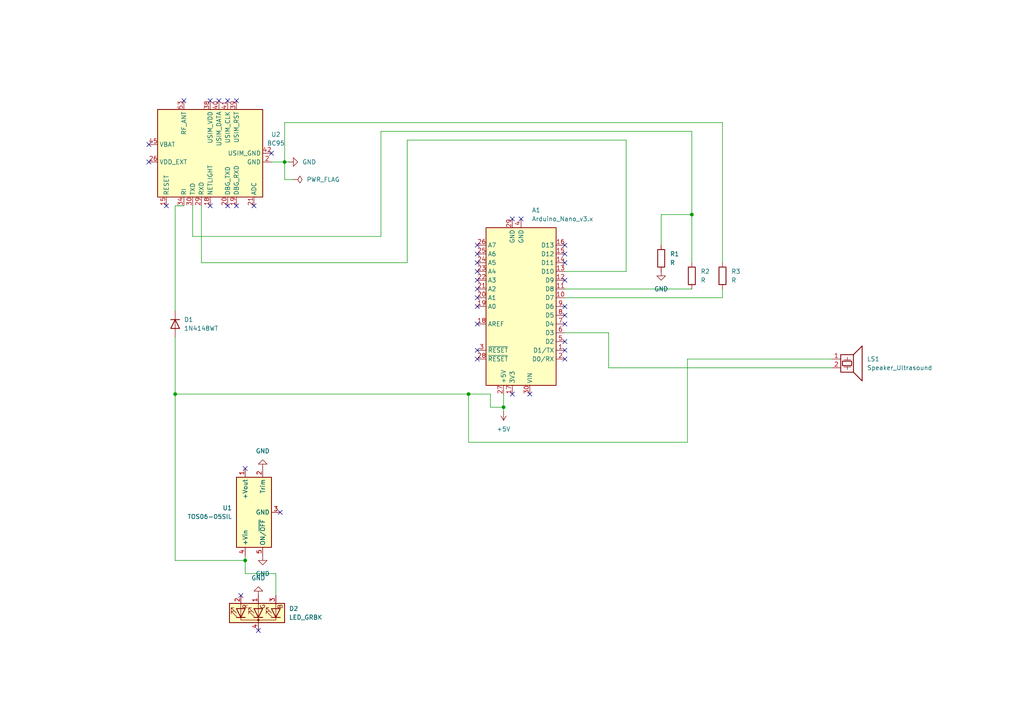
<source format=kicad_sch>
(kicad_sch (version 20250114) (generator "eeschema") (generator_version "9.0")
  (paper "A4")
  (lib_symbols
    (symbol "Device:LED_GRBK" (pin_names (offset 0) (hide yes))
      (property "Reference" "D" (at 0 9.398 0))
      (property "Value" "LED_GRBK" (at 0 -8.89 0))
      (symbol "LED_GRBK_0_0"
        (text "R" (at 1.905 3.81 0) (effects (font (size 1.27 1.27))))
        (text "G" (at 1.905 -1.27 0) (effects (font (size 1.27 1.27))))
        (text "B" (at 1.905 -6.35 0) (effects (font (size 1.27 1.27))))
      )
      (symbol "LED_GRBK_0_1"
        (circle (center -2.032 0) (radius 0.254) (fill (type outline)))
        (polyline (pts (xy -1.27 6.35) (xy -1.27 3.81)) (stroke (width 0.254)))
        (polyline (pts (xy -1.27 6.35) (xy -1.27 3.81) (xy -1.27 3.81)))
        (polyline (pts (xy -1.27 5.08) (xy 1.27 5.08)))
        (polyline (pts (xy -1.27 5.08) (xy -2.032 5.08) (xy -2.032 -5.08) (xy -1.016 -5.08)))
        (polyline (pts (xy -1.27 1.27) (xy -1.27 -1.27)) (stroke (width 0.254)))
        (polyline (pts (xy -1.27 1.27) (xy -1.27 -1.27) (xy -1.27 -1.27)))
        (polyline (pts (xy -1.27 0) (xy -2.54 0)))
        (polyline (pts (xy -1.27 -3.81) (xy -1.27 -6.35)) (stroke (width 0.254)))
        (polyline (pts (xy -1.27 -5.08) (xy 1.27 -5.08)))
        (polyline (pts (xy -1.016 6.35) (xy 0.508 7.874) (xy -0.254 7.874) (xy 0.508 7.874) (xy 0.508 7.112)))
        (polyline (pts (xy -1.016 1.27) (xy 0.508 2.794) (xy -0.254 2.794) (xy 0.508 2.794) (xy 0.508 2.032)))
        (polyline (pts (xy -1.016 -3.81) (xy 0.508 -2.286) (xy -0.254 -2.286) (xy 0.508 -2.286) (xy 0.508 -3.048)))
        (polyline (pts (xy 0 6.35) (xy 1.524 7.874) (xy 0.762 7.874) (xy 1.524 7.874) (xy 1.524 7.112)))
        (polyline (pts (xy 0 1.27) (xy 1.524 2.794) (xy 0.762 2.794) (xy 1.524 2.794) (xy 1.524 2.032)))
        (polyline (pts (xy 0 -3.81) (xy 1.524 -2.286) (xy 0.762 -2.286) (xy 1.524 -2.286) (xy 1.524 -3.048)))
        (polyline (pts (xy 1.27 6.35) (xy 1.27 3.81) (xy -1.27 5.08) (xy 1.27 6.35)) (stroke (width 0.254)))
        (rectangle (start 1.27 6.35) (end 1.27 6.35))
        (polyline (pts (xy 1.27 5.08) (xy 2.54 5.08)))
        (rectangle (start 1.27 3.81) (end 1.27 6.35))
        (polyline (pts (xy 1.27 1.27) (xy 1.27 -1.27) (xy -1.27 0) (xy 1.27 1.27)) (stroke (width 0.254)))
        (rectangle (start 1.27 1.27) (end 1.27 1.27))
        (polyline (pts (xy 1.27 0) (xy -1.27 0)))
        (polyline (pts (xy 1.27 0) (xy 2.54 0)))
        (rectangle (start 1.27 -1.27) (end 1.27 1.27))
        (polyline (pts (xy 1.27 -3.81) (xy 1.27 -6.35) (xy -1.27 -5.08) (xy 1.27 -3.81)) (stroke (width 0.254)))
        (polyline (pts (xy 1.27 -5.08) (xy 2.54 -5.08)))
        (rectangle (start 2.794 8.382) (end -2.794 -7.62) (stroke (width 0.254)) (fill (type background)))
      )
      (symbol "LED_GRBK_1_1"
        (pin passive line (at -5.08 0 0) (length 2.54) (name "K") (number "4"))
        (pin passive line (at 5.08 5.08 180) (length 2.54) (name "RA") (number "2"))
        (pin passive line (at 5.08 0 180) (length 2.54) (name "GA") (number "1"))
        (pin passive line (at 5.08 -5.08 180) (length 2.54) (name "BA") (number "3"))
      )
    )
    (symbol "Device:R" (pin_numbers (hide yes)) (pin_names (offset 0))
      (property "Reference" "R" (at 2.032 0 90))
      (property "Value" "R" (at 0 0 90))
      (symbol "R_0_1"
        (rectangle (start -1.016 -2.54) (end 1.016 2.54) (stroke (width 0.254)))
      )
      (symbol "R_1_1"
        (pin passive line (at 0 3.81 270) (length 1.27) (name "~") (number "1"))
        (pin passive line (at 0 -3.81 90) (length 1.27) (name "~") (number "2"))
      )
    )
    (symbol "Device:Speaker_Ultrasound" (pin_names (offset 0) (hide yes))
      (property "Reference" "LS" (at 0.635 5.715 0))
      (property "Value" "Speaker_Ultrasound" (at 0.635 3.81 0))
      (symbol "Speaker_Ultrasound_0_0"
        (rectangle (start -2.54 1.27) (end 1.143 -3.81) (stroke (width 0.254)))
        (rectangle (start -2.032 -0.635) (end 0.635 -1.905) (stroke (width 0.254)))
        (polyline (pts (xy -1.651 -0.254) (xy 0.381 -0.254)))
        (polyline (pts (xy -1.651 -2.286) (xy 0.381 -2.286)))
        (polyline (pts (xy -0.635 -0.254) (xy -0.635 0.508)))
        (polyline (pts (xy -0.635 -2.286) (xy -0.635 -3.048)))
        (polyline (pts (xy 1.143 1.27) (xy 3.683 3.81) (xy 3.683 -6.35) (xy 1.143 -3.81)) (stroke (width 0.254)))
      )
      (symbol "Speaker_Ultrasound_1_1"
        (pin input line (at -5.08 0 0) (length 2.54) (name "1") (number "1"))
        (pin input line (at -5.08 -2.54 0) (length 2.54) (name "2") (number "2"))
      )
    )
    (symbol "Diode:1N4148WT" (pin_numbers (hide yes)) (pin_names (hide yes))
      (property "Reference" "D" (at 0 2.54 0))
      (property "Value" "1N4148WT" (at 0 -2.54 0))
      (symbol "1N4148WT_0_1"
        (polyline (pts (xy -1.27 1.27) (xy -1.27 -1.27)) (stroke (width 0.254)))
        (polyline (pts (xy 1.27 1.27) (xy 1.27 -1.27) (xy -1.27 0) (xy 1.27 1.27)) (stroke (width 0.254)))
        (polyline (pts (xy 1.27 0) (xy -1.27 0)))
      )
      (symbol "1N4148WT_1_1"
        (pin passive line (at -3.81 0 0) (length 2.54) (name "K") (number "1"))
        (pin passive line (at 3.81 0 180) (length 2.54) (name "A") (number "2"))
      )
    )
    (symbol "MCU_Module:Arduino_Nano_v3.x"
      (property "Reference" "A" (at -10.16 23.495 0))
      (property "Value" "Arduino_Nano_v3.x" (at 5.08 -24.13 0))
      (symbol "Arduino_Nano_v3.x_0_1"
        (rectangle (start -10.16 22.86) (end 10.16 -22.86) (stroke (width 0.254)) (fill (type background)))
      )
      (symbol "Arduino_Nano_v3.x_1_1"
        (pin bidirectional line (at -12.7 15.24 0) (length 2.54) (name "D0/RX") (number "2"))
        (pin bidirectional line (at -12.7 12.7 0) (length 2.54) (name "D1/TX") (number "1"))
        (pin bidirectional line (at -12.7 10.16 0) (length 2.54) (name "D2") (number "5"))
        (pin bidirectional line (at -12.7 7.62 0) (length 2.54) (name "D3") (number "6"))
        (pin bidirectional line (at -12.7 5.08 0) (length 2.54) (name "D4") (number "7"))
        (pin bidirectional line (at -12.7 2.54 0) (length 2.54) (name "D5") (number "8"))
        (pin bidirectional line (at -12.7 0 0) (length 2.54) (name "D6") (number "9"))
        (pin bidirectional line (at -12.7 -2.54 0) (length 2.54) (name "D7") (number "10"))
        (pin bidirectional line (at -12.7 -5.08 0) (length 2.54) (name "D8") (number "11"))
        (pin bidirectional line (at -12.7 -7.62 0) (length 2.54) (name "D9") (number "12"))
        (pin bidirectional line (at -12.7 -10.16 0) (length 2.54) (name "D10") (number "13"))
        (pin bidirectional line (at -12.7 -12.7 0) (length 2.54) (name "D11") (number "14"))
        (pin bidirectional line (at -12.7 -15.24 0) (length 2.54) (name "D12") (number "15"))
        (pin bidirectional line (at -12.7 -17.78 0) (length 2.54) (name "D13") (number "16"))
        (pin power_in line (at -2.54 25.4 270) (length 2.54) (name "VIN") (number "30"))
        (pin power_in line (at 0 -25.4 90) (length 2.54) (name "GND") (number "4"))
        (pin power_out line (at 2.54 25.4 270) (length 2.54) (name "3V3") (number "17"))
        (pin power_in line (at 2.54 -25.4 90) (length 2.54) (name "GND") (number "29"))
        (pin power_out line (at 5.08 25.4 270) (length 2.54) (name "+5V") (number "27"))
        (pin input line (at 12.7 15.24 180) (length 2.54) (name "~{RESET}") (number "28"))
        (pin input line (at 12.7 12.7 180) (length 2.54) (name "~{RESET}") (number "3"))
        (pin input line (at 12.7 5.08 180) (length 2.54) (name "AREF") (number "18"))
        (pin bidirectional line (at 12.7 0 180) (length 2.54) (name "A0") (number "19"))
        (pin bidirectional line (at 12.7 -2.54 180) (length 2.54) (name "A1") (number "20"))
        (pin bidirectional line (at 12.7 -5.08 180) (length 2.54) (name "A2") (number "21"))
        (pin bidirectional line (at 12.7 -7.62 180) (length 2.54) (name "A3") (number "22"))
        (pin bidirectional line (at 12.7 -10.16 180) (length 2.54) (name "A4") (number "23"))
        (pin bidirectional line (at 12.7 -12.7 180) (length 2.54) (name "A5") (number "24"))
        (pin bidirectional line (at 12.7 -15.24 180) (length 2.54) (name "A6") (number "25"))
        (pin bidirectional line (at 12.7 -17.78 180) (length 2.54) (name "A7") (number "26"))
      )
    )
    (symbol "RF_GSM:BC95"
      (property "Reference" "U" (at -11.43 16.51 0))
      (property "Value" "BC95" (at 10.16 16.51 0))
      (symbol "BC95_0_1"
        (rectangle (start -12.7 15.24) (end 12.7 -15.24) (stroke (width 0.254)) (fill (type background)))
      )
      (symbol "BC95_1_1"
        (pin input line (at -15.24 12.7 0) (length 2.54) (name "RESET") (number "15"))
        (pin output line (at -15.24 7.62 0) (length 2.54) (name "RI") (number "34"))
        (pin output line (at -15.24 5.08 0) (length 2.54) (name "TXD") (number "30"))
        (pin input line (at -15.24 2.54 0) (length 2.54) (name "RXD") (number "29"))
        (pin output line (at -15.24 0 0) (length 2.54) (name "NETLIGHT") (number "18"))
        (pin output line (at -15.24 -5.08 0) (length 2.54) (name "DBG_TXD") (number "20"))
        (pin input line (at -15.24 -7.62 0) (length 2.54) (name "DBG_RXD") (number "19"))
        (pin input line (at -15.24 -12.7 0) (length 2.54) (name "ADC") (number "21"))
        (pin power_out line (at -2.54 17.78 270) (length 2.54) (name "VDD_EXT") (number "26"))
        (pin power_in line (at -2.54 -17.78 90) (length 2.54) (name "GND") (number "2"))
        (pin passive line (at -2.54 -17.78 90) (length 2.54) (hide yes) (name "GND") (number "43"))
        (pin passive line (at -2.54 -17.78 90) (length 2.54) (hide yes) (name "GND") (number "47"))
        (pin passive line (at -2.54 -17.78 90) (length 2.54) (hide yes) (name "GND") (number "48"))
        (pin passive line (at -2.54 -17.78 90) (length 2.54) (hide yes) (name "GND") (number "51"))
        (pin passive line (at -2.54 -17.78 90) (length 2.54) (hide yes) (name "GND") (number "52"))
        (pin passive line (at -2.54 -17.78 90) (length 2.54) (hide yes) (name "GND") (number "54"))
        (pin passive line (at -2.54 -17.78 90) (length 2.54) (hide yes) (name "GND") (number "59"))
        (pin passive line (at -2.54 -17.78 90) (length 2.54) (hide yes) (name "GND") (number "60"))
        (pin passive line (at -2.54 -17.78 90) (length 2.54) (hide yes) (name "GND") (number "61"))
        (pin passive line (at -2.54 -17.78 90) (length 2.54) (hide yes) (name "GND") (number "62"))
        (pin passive line (at -2.54 -17.78 90) (length 2.54) (hide yes) (name "GND") (number "63"))
        (pin passive line (at -2.54 -17.78 90) (length 2.54) (hide yes) (name "GND") (number "64"))
        (pin passive line (at -2.54 -17.78 90) (length 2.54) (hide yes) (name "GND") (number "65"))
        (pin passive line (at -2.54 -17.78 90) (length 2.54) (hide yes) (name "GND") (number "66"))
        (pin passive line (at -2.54 -17.78 90) (length 2.54) (hide yes) (name "GND") (number "71"))
        (pin passive line (at -2.54 -17.78 90) (length 2.54) (hide yes) (name "GND") (number "72"))
        (pin passive line (at -2.54 -17.78 90) (length 2.54) (hide yes) (name "GND") (number "73"))
        (pin passive line (at -2.54 -17.78 90) (length 2.54) (hide yes) (name "GND") (number "74"))
        (pin passive line (at -2.54 -17.78 90) (length 2.54) (hide yes) (name "GND") (number "81"))
        (pin passive line (at -2.54 -17.78 90) (length 2.54) (hide yes) (name "GND") (number "82"))
        (pin passive line (at -2.54 -17.78 90) (length 2.54) (hide yes) (name "GND") (number "83"))
        (pin passive line (at -2.54 -17.78 90) (length 2.54) (hide yes) (name "GND") (number "92"))
        (pin passive line (at -2.54 -17.78 90) (length 2.54) (hide yes) (name "GND") (number "93"))
        (pin passive line (at -2.54 -17.78 90) (length 2.54) (hide yes) (name "GND") (number "94"))
        (pin power_in line (at 0 -17.78 90) (length 2.54) (name "USIM_GND") (number "42"))
        (pin power_in line (at 2.54 17.78 270) (length 2.54) (name "VBAT") (number "45"))
        (pin passive line (at 2.54 17.78 270) (length 2.54) (hide yes) (name "VBAT") (number "46"))
        (pin passive line (at 15.24 7.62 180) (length 2.54) (name "RF_ANT") (number "53"))
        (pin power_out line (at 15.24 0 180) (length 2.54) (name "USIM_VDD") (number "38"))
        (pin bidirectional line (at 15.24 -2.54 180) (length 2.54) (name "USIM_DATA") (number "40"))
        (pin output line (at 15.24 -5.08 180) (length 2.54) (name "USIM_CLK") (number "41"))
        (pin output line (at 15.24 -7.62 180) (length 2.54) (name "USIM_RST") (number "39"))
      )
    )
    (symbol "Regulator_Switching:TOS06-05SIL"
      (property "Reference" "U1" (at 1.2701 6.35 90))
      (property "Value" "TOS06-05SIL" (at -1.2699 6.35 90))
      (symbol "TOS06-05SIL_0_1"
        (rectangle (start -10.16 5.08) (end 10.16 -5.08) (stroke (width 0.254)) (fill (type background)))
      )
      (symbol "TOS06-05SIL_1_1"
        (pin bidirectional line (at -12.7 2.54 0) (length 2.54) (name "+Vin") (number "4"))
        (pin input line (at -12.7 -2.54 0) (length 2.54) (name "ON/~{OFF}") (number "5"))
        (pin power_in line (at 0 -7.62 90) (length 2.54) (name "GND") (number "3"))
        (pin power_out line (at 12.7 2.54 180) (length 2.54) (name "+Vout") (number "1"))
        (pin input line (at 12.7 -2.54 180) (length 2.54) (name "Trim") (number "2"))
      )
    )
    (symbol "power:+5V" (power) (pin_numbers (hide yes)) (pin_names (offset 0) (hide yes))
      (property "Value" "+5V" (at 0 3.556 0))
      (symbol "+5V_0_1"
        (polyline (pts (xy -0.762 1.27) (xy 0 2.54)))
        (polyline (pts (xy 0 2.54) (xy 0.762 1.27)))
        (polyline (pts (xy 0 0) (xy 0 2.54)))
      )
      (symbol "+5V_1_1"
        (pin power_in line (at 0 0 90) (length 0) (name "~") (number "1"))
      )
    )
    (symbol "power:GND" (power) (pin_numbers (hide yes)) (pin_names (offset 0) (hide yes))
      (property "Value" "GND" (at 0 -3.81 0))
      (symbol "GND_0_1"
        (polyline (pts (xy 0 0) (xy 0 -1.27) (xy 1.27 -1.27) (xy 0 -2.54) (xy -1.27 -1.27) (xy 0 -1.27)))
      )
      (symbol "GND_1_1"
        (pin power_in line (at 0 0 270) (length 0) (name "~") (number "1"))
      )
    )
    (symbol "power:PWR_FLAG" (power) (pin_numbers (hide yes)) (pin_names (offset 0) (hide yes))
      (property "Value" "PWR_FLAG" (at 0 3.81 0))
      (symbol "PWR_FLAG_0_0"
        (pin power_out line (at 0 0 90) (length 0) (name "~") (number "1"))
      )
      (symbol "PWR_FLAG_0_1"
        (polyline (pts (xy 0 0) (xy 0 1.27) (xy -1.016 1.905) (xy 0 2.54) (xy 1.016 1.905) (xy 0 1.27)))
      )
    )
  )
  (junction (at 135.89 114.3))
  (junction (at 82.55 46.99))
  (junction (at 50.8 114.3))
  (junction (at 200.66 62.23))
  (junction (at 71.12 162.56))
  (junction (at 146.05 118.11))
  (no_connect (at 60.96 59.69))
  (no_connect (at 138.43 101.6))
  (no_connect (at 81.28 148.59))
  (no_connect (at 60.96 29.21))
  (no_connect (at 78.74 44.45))
  (no_connect (at 148.59 63.5))
  (no_connect (at 66.04 29.21))
  (no_connect (at 71.12 135.89))
  (no_connect (at 43.18 41.91))
  (no_connect (at 163.83 71.12))
  (no_connect (at 138.43 86.36))
  (no_connect (at 163.83 93.98))
  (no_connect (at 138.43 78.74))
  (no_connect (at 163.83 76.2))
  (no_connect (at 53.34 29.21))
  (no_connect (at 138.43 93.98))
  (no_connect (at 66.04 59.69))
  (no_connect (at 68.58 29.21))
  (no_connect (at 138.43 83.82))
  (no_connect (at 138.43 73.66))
  (no_connect (at 163.83 99.06))
  (no_connect (at 138.43 81.28))
  (no_connect (at 138.43 88.9))
  (no_connect (at 163.83 73.66))
  (no_connect (at 69.85 172.72))
  (no_connect (at 74.93 182.88))
  (no_connect (at 163.83 88.9))
  (no_connect (at 63.5 29.21))
  (no_connect (at 48.26 59.69))
  (no_connect (at 163.83 81.28))
  (no_connect (at 163.83 101.6))
  (no_connect (at 138.43 104.14))
  (no_connect (at 148.59 114.3))
  (no_connect (at 138.43 76.2))
  (no_connect (at 151.13 63.5))
  (no_connect (at 138.43 71.12))
  (no_connect (at 73.66 59.69))
  (no_connect (at 163.83 104.14))
  (no_connect (at 43.18 46.99))
  (no_connect (at 68.58 59.69))
  (no_connect (at 163.83 91.44))
  (no_connect (at 153.67 114.3))
  (wire (pts (xy 209.55 83.82) (xy 209.55 86.36)))
  (wire (pts (xy 142.24 114.3) (xy 142.24 118.11)))
  (wire (pts (xy 146.05 118.11) (xy 146.05 119.38)))
  (wire (pts (xy 209.55 86.36) (xy 163.83 86.36)))
  (wire (pts (xy 176.53 106.68) (xy 176.53 96.52)))
  (wire (pts (xy 71.12 162.56) (xy 71.12 166.37)))
  (wire (pts (xy 118.11 76.2) (xy 118.11 40.64)))
  (wire (pts (xy 241.3 104.14) (xy 199.39 104.14)))
  (wire (pts (xy 110.49 68.58) (xy 110.49 38.1)))
  (wire (pts (xy 110.49 38.1) (xy 200.66 38.1)))
  (wire (pts (xy 80.01 172.72) (xy 80.01 166.37)))
  (wire (pts (xy 71.12 161.29) (xy 71.12 162.56)))
  (wire (pts (xy 146.05 114.3) (xy 146.05 118.11)))
  (wire (pts (xy 82.55 52.07) (xy 82.55 46.99)))
  (wire (pts (xy 191.77 62.23) (xy 200.66 62.23)))
  (wire (pts (xy 80.01 166.37) (xy 71.12 166.37)))
  (wire (pts (xy 85.09 52.07) (xy 82.55 52.07)))
  (wire (pts (xy 181.61 78.74) (xy 181.61 40.64)))
  (wire (pts (xy 209.55 35.56) (xy 209.55 76.2)))
  (wire (pts (xy 199.39 128.27) (xy 135.89 128.27)))
  (wire (pts (xy 50.8 90.17) (xy 50.8 59.69)))
  (wire (pts (xy 58.42 59.69) (xy 58.42 76.2)))
  (wire (pts (xy 50.8 97.79) (xy 50.8 114.3)))
  (wire (pts (xy 55.88 68.58) (xy 110.49 68.58)))
  (wire (pts (xy 135.89 114.3) (xy 142.24 114.3)))
  (wire (pts (xy 200.66 62.23) (xy 200.66 76.2)))
  (wire (pts (xy 50.8 162.56) (xy 71.12 162.56)))
  (wire (pts (xy 163.83 78.74) (xy 181.61 78.74)))
  (wire (pts (xy 82.55 35.56) (xy 82.55 46.99)))
  (wire (pts (xy 82.55 35.56) (xy 209.55 35.56)))
  (wire (pts (xy 176.53 96.52) (xy 163.83 96.52)))
  (wire (pts (xy 58.42 76.2) (xy 118.11 76.2)))
  (wire (pts (xy 55.88 59.69) (xy 55.88 68.58)))
  (wire (pts (xy 200.66 38.1) (xy 200.66 62.23)))
  (wire (pts (xy 241.3 106.68) (xy 176.53 106.68)))
  (wire (pts (xy 50.8 114.3) (xy 50.8 162.56)))
  (wire (pts (xy 50.8 59.69) (xy 53.34 59.69)))
  (wire (pts (xy 78.74 46.99) (xy 82.55 46.99)))
  (wire (pts (xy 82.55 46.99) (xy 83.82 46.99)))
  (wire (pts (xy 163.83 83.82) (xy 200.66 83.82)))
  (wire (pts (xy 118.11 40.64) (xy 181.61 40.64)))
  (wire (pts (xy 199.39 104.14) (xy 199.39 128.27)))
  (wire (pts (xy 135.89 114.3) (xy 135.89 128.27)))
  (wire (pts (xy 50.8 114.3) (xy 135.89 114.3)))
  (wire (pts (xy 142.24 118.11) (xy 146.05 118.11)))
  (wire (pts (xy 191.77 71.12) (xy 191.77 62.23)))
  (symbol (lib_id "power:GND") (at 83.82 46.99 90) (unit 1)
    (property "Reference" "#PWR01" (effects (hide yes)))
    (property "Value" "GND" (at 87.63 46.9899 90) (effects (justify right)))
    (property "Description" "Power symbol creates a global label with name \"GND\" , ground" (effects (hide yes)))
  )
  (symbol (lib_id "power:PWR_FLAG") (at 85.09 52.07 270) (unit 1)
    (property "Reference" "#FLG01" (effects (hide yes)))
    (property "Value" "PWR_FLAG" (at 88.9 52.0699 90) (effects (justify left)))
    (property "Description" "Special symbol for telling ERC where power comes from" (effects (hide yes)))
  )
  (symbol (lib_id "power:GND") (at 76.2 135.89 180) (unit 1)
    (property "Reference" "#PWR04" (effects (hide yes)))
    (property "Value" "GND" (at 76.2 130.81 0))
    (property "Description" "Power symbol creates a global label with name \"GND\" , ground" (effects (hide yes)))
  )
  (symbol (lib_id "RF_GSM:BC95") (at 60.96 44.45 90) (unit 1)
    (property "Reference" "U2" (at 80.01 39.0046 90))
    (property "Value" "BC95" (at 80.01 41.5446 90))
    (property "Footprint" "RF_GSM:Quectel_BC95" (effects (hide yes)))
    (property "Datasheet" "https://www.quectel.com/UploadImage/Downlad/Quectel_BC95_Hardware_Design_V1.3.pdf" (effects (hide yes)))
    (property "Description" "NB-IoT, GSM Quad-Band Communication Module, GPRS, Audio Engine, AT Command Set" (effects (hide yes)))
  )
  (symbol (lib_id "Device:R") (at 209.55 80.01 0) (unit 1)
    (property "Reference" "R3" (at 212.09 78.7399 0) (effects (justify left)))
    (property "Value" "R" (at 212.09 81.2799 0) (effects (justify left)))
    (property "Footprint" "Resistor_THT:R_Array_SIP4" (effects (hide yes)))
    (property "Description" "Resistor" (effects (hide yes)))
  )
  (symbol (lib_id "power:GND") (at 76.2 161.29 0) (unit 1)
    (property "Reference" "#PWR03" (effects (hide yes)))
    (property "Value" "GND" (at 76.2 166.37 0))
    (property "Description" "Power symbol creates a global label with name \"GND\" , ground" (effects (hide yes)))
  )
  (symbol (lib_id "Diode:1N4148WT") (at 50.8 93.98 270) (unit 1)
    (property "Reference" "D1" (at 53.34 92.7099 90) (effects (justify left)))
    (property "Value" "1N4148WT" (at 53.34 95.2499 90) (effects (justify left)))
    (property "Footprint" "Diode_SMD:D_SOD-523" (effects (hide yes)))
    (property "Datasheet" "https://www.diodes.com/assets/Datasheets/ds30396.pdf" (effects (hide yes)))
    (property "Description" "75V 0.15A Fast switching Diode, SOD-523" (effects (hide yes)))
    (property "Sim.Device" "D" (effects (hide yes)))
    (property "Sim.Pins" "1=K 2=A" (effects (hide yes)))
  )
  (symbol (lib_id "power:GND") (at 191.77 78.74 0) (unit 1)
    (property "Reference" "#PWR06" (effects (hide yes)))
    (property "Value" "GND" (at 191.77 83.82 0))
    (property "Description" "Power symbol creates a global label with name \"GND\" , ground" (effects (hide yes)))
  )
  (symbol (lib_id "Device:LED_GRBK") (at 74.93 177.8 90) (unit 1)
    (property "Reference" "D2" (at 83.82 176.5299 90) (effects (justify right)))
    (property "Value" "LED_GRBK" (at 83.82 179.0699 90) (effects (justify right)))
    (property "Footprint" "LED_SMD:LED_Everlight-SMD3528_3.5x2.8mm_67-21ST" (effects (hide yes)))
    (property "Description" "RGB LED, green/red/blue/cathode" (effects (hide yes)))
  )
  (symbol (lib_id "power:+5V") (at 146.05 119.38 180) (unit 1)
    (property "Reference" "#PWR05" (effects (hide yes)))
    (property "Value" "+5V" (at 146.05 124.46 0))
    (property "Description" "Power symbol creates a global label with name \"+5V\"" (effects (hide yes)))
  )
  (symbol (lib_id "Device:Speaker_Ultrasound") (at 246.38 104.14 0) (unit 1)
    (property "Reference" "LS1" (at 251.46 104.1399 0) (effects (justify left)))
    (property "Value" "Speaker_Ultrasound" (at 251.46 106.6799 0) (effects (justify left)))
    (property "Footprint" "Buzzer_Beeper:Speaker_CUI_CMR-1206S-67" (effects (hide yes)))
    (property "Description" "Ultrasonic transducer" (effects (hide yes)))
  )
  (symbol (lib_id "Device:R") (at 200.66 80.01 0) (unit 1)
    (property "Reference" "R2" (at 203.2 78.7399 0) (effects (justify left)))
    (property "Value" "R" (at 203.2 81.2799 0) (effects (justify left)))
    (property "Footprint" "Resistor_THT:R_Array_SIP4" (effects (hide yes)))
    (property "Description" "Resistor" (effects (hide yes)))
  )
  (symbol (lib_id "MCU_Module:Arduino_Nano_v3.x") (at 151.13 88.9 180) (unit 1)
    (property "Reference" "A1" (at 154.2481 60.96 0) (effects (justify right)))
    (property "Value" "Arduino_Nano_v3.x" (at 154.2481 63.5 0) (effects (justify right)))
    (property "Footprint" "Module:Arduino_Nano" (effects (hide yes)))
    (property "Datasheet" "http://www.mouser.com/pdfdocs/Gravitech_Arduino_Nano3_0.pdf" (effects (hide yes)))
    (property "Description" "Arduino Nano v3.x" (effects (hide yes)))
  )
  (symbol (lib_id "Device:R") (at 191.77 74.93 0) (unit 1)
    (property "Reference" "R1" (at 194.31 73.6599 0) (effects (justify left)))
    (property "Value" "R" (at 194.31 76.1999 0) (effects (justify left)))
    (property "Footprint" "Resistor_THT:R_Array_SIP4" (effects (hide yes)))
    (property "Description" "Resistor" (effects (hide yes)))
  )
  (symbol (lib_id "power:GND") (at 74.93 172.72 180) (unit 1)
    (property "Reference" "#PWR02" (effects (hide yes)))
    (property "Value" "GND" (at 74.93 167.64 0))
    (property "Description" "Power symbol creates a global label with name \"GND\" , ground" (effects (hide yes)))
  )
  (symbol (lib_id "Regulator_Switching:TOS06-05SIL") (at 73.66 148.59 90) (unit 1)
    (property "Reference" "U1" (at 67.31 147.3199 90) (effects (justify left)))
    (property "Value" "TOS06-05SIL" (at 67.31 149.8599 90) (effects (justify left)))
    (property "Footprint" "Converter_DCDC:Converter_DCDC_TRACO_TOS06-05SIL_THT" (effects (hide yes)))
    (property "Datasheet" "https://www.tracopower.com/products/tos06sil.pdf" (effects (hide yes)))
    (property "Description" "6A step-down regulator, 0.75-3.3VDC output voltage, 2.4-5.5VDC input voltage" (effects (hide yes)))
  )
)
</source>
